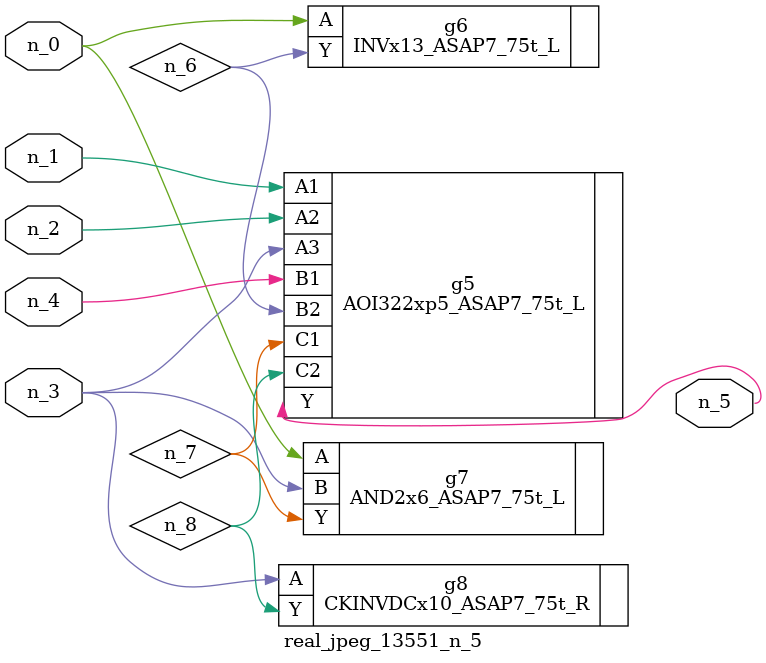
<source format=v>
module real_jpeg_13551_n_5 (n_4, n_0, n_1, n_2, n_3, n_5);

input n_4;
input n_0;
input n_1;
input n_2;
input n_3;

output n_5;

wire n_8;
wire n_6;
wire n_7;

INVx13_ASAP7_75t_L g6 ( 
.A(n_0),
.Y(n_6)
);

AND2x6_ASAP7_75t_L g7 ( 
.A(n_0),
.B(n_3),
.Y(n_7)
);

AOI322xp5_ASAP7_75t_L g5 ( 
.A1(n_1),
.A2(n_2),
.A3(n_3),
.B1(n_4),
.B2(n_6),
.C1(n_7),
.C2(n_8),
.Y(n_5)
);

CKINVDCx10_ASAP7_75t_R g8 ( 
.A(n_3),
.Y(n_8)
);


endmodule
</source>
